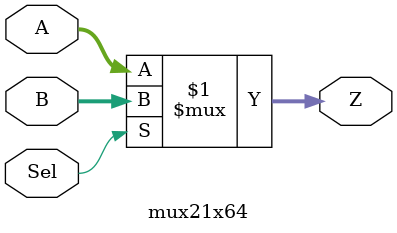
<source format=sv>
module mux2 #(parameter WIDTH = 8)
   (input  logic [WIDTH-1:0] d0, d1, 
    input logic 	     s, 
    output logic [WIDTH-1:0] y);
   
   assign y = s ? d1 : d0;
   
endmodule // mux2

module mux3 #(parameter WIDTH = 8)
   (input  logic [WIDTH-1:0] d0, d1, d2,
    input logic [1:0] 	     s, 
    output logic [WIDTH-1:0] y);
   
   assign y = s[1] ? d2 : (s[0] ? d1 : d0);
   
endmodule // mux3

module mux4 #(parameter WIDTH = 8)
   (input  logic [WIDTH-1:0] d0, d1, d2, d3,
    input logic [1:0] 	     s, 
    output logic [WIDTH-1:0] y);
   
   assign y = s[1] ? (s[0] ? d3 : d2) : (s[0] ? d1 : d0);
   
endmodule // mux4

module mux21x32 (Z, A, B, Sel);

   input logic [31:0]  A;
   input logic [31:0]  B;
   input logic	       Sel;

   output logic [31:0] Z;
   
   assign Z = Sel ? B : A;
   
endmodule // mux21x32

module mux21x64 (Z, A, B, Sel);

   input logic [63:0]  A;
   input logic [63:0]  B;
   input logic 	       Sel;

   output logic [63:0] Z;
   
   assign Z = Sel ? B : A;
   
endmodule // mux21x64


</source>
